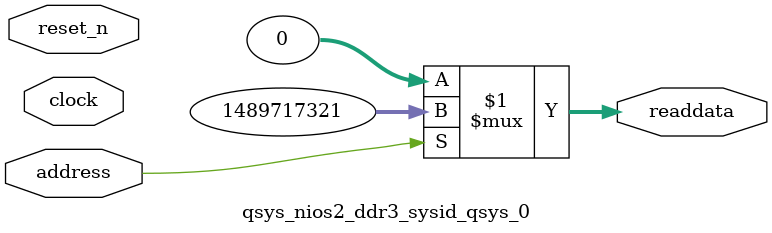
<source format=v>



// synthesis translate_off
`timescale 1ns / 1ps
// synthesis translate_on

// turn off superfluous verilog processor warnings 
// altera message_level Level1 
// altera message_off 10034 10035 10036 10037 10230 10240 10030 

module qsys_nios2_ddr3_sysid_qsys_0 (
               // inputs:
                address,
                clock,
                reset_n,

               // outputs:
                readdata
             )
;

  output  [ 31: 0] readdata;
  input            address;
  input            clock;
  input            reset_n;

  wire    [ 31: 0] readdata;
  //control_slave, which is an e_avalon_slave
  assign readdata = address ? 1489717321 : 0;

endmodule



</source>
